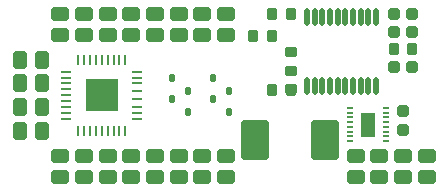
<source format=gtp>
%FSLAX44Y44*%
%MOMM*%
G71*
G01*
G75*
G04 Layer_Color=8421504*
%ADD10O,0.6500X0.2000*%
G04:AMPARAMS|DCode=11|XSize=2.75mm|YSize=1.9mm|CornerRadius=0.228mm|HoleSize=0mm|Usage=FLASHONLY|Rotation=90.000|XOffset=0mm|YOffset=0mm|HoleType=Round|Shape=RoundedRectangle|*
%AMROUNDEDRECTD11*
21,1,2.7500,1.4440,0,0,90.0*
21,1,2.2940,1.9000,0,0,90.0*
1,1,0.4560,0.7220,1.1470*
1,1,0.4560,0.7220,-1.1470*
1,1,0.4560,-0.7220,-1.1470*
1,1,0.4560,-0.7220,1.1470*
%
%ADD11ROUNDEDRECTD11*%
G04:AMPARAMS|DCode=12|XSize=1mm|YSize=0.95mm|CornerRadius=0.1995mm|HoleSize=0mm|Usage=FLASHONLY|Rotation=0.000|XOffset=0mm|YOffset=0mm|HoleType=Round|Shape=RoundedRectangle|*
%AMROUNDEDRECTD12*
21,1,1.0000,0.5510,0,0,0.0*
21,1,0.6010,0.9500,0,0,0.0*
1,1,0.3990,0.3005,-0.2755*
1,1,0.3990,-0.3005,-0.2755*
1,1,0.3990,-0.3005,0.2755*
1,1,0.3990,0.3005,0.2755*
%
%ADD12ROUNDEDRECTD12*%
G04:AMPARAMS|DCode=13|XSize=1.45mm|YSize=1.15mm|CornerRadius=0.2013mm|HoleSize=0mm|Usage=FLASHONLY|Rotation=270.000|XOffset=0mm|YOffset=0mm|HoleType=Round|Shape=RoundedRectangle|*
%AMROUNDEDRECTD13*
21,1,1.4500,0.7475,0,0,270.0*
21,1,1.0475,1.1500,0,0,270.0*
1,1,0.4025,-0.3738,-0.5238*
1,1,0.4025,-0.3738,0.5238*
1,1,0.4025,0.3738,0.5238*
1,1,0.4025,0.3738,-0.5238*
%
%ADD13ROUNDEDRECTD13*%
G04:AMPARAMS|DCode=14|XSize=1.45mm|YSize=1.15mm|CornerRadius=0.2013mm|HoleSize=0mm|Usage=FLASHONLY|Rotation=180.000|XOffset=0mm|YOffset=0mm|HoleType=Round|Shape=RoundedRectangle|*
%AMROUNDEDRECTD14*
21,1,1.4500,0.7475,0,0,180.0*
21,1,1.0475,1.1500,0,0,180.0*
1,1,0.4025,-0.5238,0.3738*
1,1,0.4025,0.5238,0.3738*
1,1,0.4025,0.5238,-0.3738*
1,1,0.4025,-0.5238,-0.3738*
%
%ADD14ROUNDEDRECTD14*%
G04:AMPARAMS|DCode=15|XSize=1mm|YSize=0.95mm|CornerRadius=0.1995mm|HoleSize=0mm|Usage=FLASHONLY|Rotation=90.000|XOffset=0mm|YOffset=0mm|HoleType=Round|Shape=RoundedRectangle|*
%AMROUNDEDRECTD15*
21,1,1.0000,0.5510,0,0,90.0*
21,1,0.6010,0.9500,0,0,90.0*
1,1,0.3990,0.2755,0.3005*
1,1,0.3990,0.2755,-0.3005*
1,1,0.3990,-0.2755,-0.3005*
1,1,0.3990,-0.2755,0.3005*
%
%ADD15ROUNDEDRECTD15*%
G04:AMPARAMS|DCode=16|XSize=1mm|YSize=0.9mm|CornerRadius=0.198mm|HoleSize=0mm|Usage=FLASHONLY|Rotation=90.000|XOffset=0mm|YOffset=0mm|HoleType=Round|Shape=RoundedRectangle|*
%AMROUNDEDRECTD16*
21,1,1.0000,0.5040,0,0,90.0*
21,1,0.6040,0.9000,0,0,90.0*
1,1,0.3960,0.2520,0.3020*
1,1,0.3960,0.2520,-0.3020*
1,1,0.3960,-0.2520,-0.3020*
1,1,0.3960,-0.2520,0.3020*
%
%ADD16ROUNDEDRECTD16*%
G04:AMPARAMS|DCode=17|XSize=0.65mm|YSize=0.5mm|CornerRadius=0.2mm|HoleSize=0mm|Usage=FLASHONLY|Rotation=270.000|XOffset=0mm|YOffset=0mm|HoleType=Round|Shape=RoundedRectangle|*
%AMROUNDEDRECTD17*
21,1,0.6500,0.1000,0,0,270.0*
21,1,0.2500,0.5000,0,0,270.0*
1,1,0.4000,-0.0500,-0.1250*
1,1,0.4000,-0.0500,0.1250*
1,1,0.4000,0.0500,0.1250*
1,1,0.4000,0.0500,-0.1250*
%
%ADD17ROUNDEDRECTD17*%
G04:AMPARAMS|DCode=18|XSize=1mm|YSize=0.9mm|CornerRadius=0.198mm|HoleSize=0mm|Usage=FLASHONLY|Rotation=180.000|XOffset=0mm|YOffset=0mm|HoleType=Round|Shape=RoundedRectangle|*
%AMROUNDEDRECTD18*
21,1,1.0000,0.5040,0,0,180.0*
21,1,0.6040,0.9000,0,0,180.0*
1,1,0.3960,-0.3020,0.2520*
1,1,0.3960,0.3020,0.2520*
1,1,0.3960,0.3020,-0.2520*
1,1,0.3960,-0.3020,-0.2520*
%
%ADD18ROUNDEDRECTD18*%
G04:AMPARAMS|DCode=19|XSize=3.4mm|YSize=2.35mm|CornerRadius=0.2938mm|HoleSize=0mm|Usage=FLASHONLY|Rotation=90.000|XOffset=0mm|YOffset=0mm|HoleType=Round|Shape=RoundedRectangle|*
%AMROUNDEDRECTD19*
21,1,3.4000,1.7625,0,0,90.0*
21,1,2.8125,2.3500,0,0,90.0*
1,1,0.5875,0.8812,1.4063*
1,1,0.5875,0.8812,-1.4063*
1,1,0.5875,-0.8812,-1.4063*
1,1,0.5875,-0.8812,1.4063*
%
%ADD19ROUNDEDRECTD19*%
%ADD20O,0.4500X1.5000*%
%ADD21O,0.8500X0.2500*%
%ADD22O,0.2500X0.8500*%
%ADD23R,4.7000X4.7000*%
%ADD24C,0.3000*%
%ADD25C,0.2000*%
%ADD26C,1.0000*%
%ADD27C,0.5000*%
%ADD28C,0.8000*%
%ADD29R,0.4500X1.4000*%
G04:AMPARAMS|DCode=30|XSize=1.3mm|YSize=1.3mm|CornerRadius=0mm|HoleSize=0mm|Usage=FLASHONLY|Rotation=270.000|XOffset=0mm|YOffset=0mm|HoleType=Round|Shape=Octagon|*
%AMOCTAGOND30*
4,1,8,-0.3250,-0.6500,0.3250,-0.6500,0.6500,-0.3250,0.6500,0.3250,0.3250,0.6500,-0.3250,0.6500,-0.6500,0.3250,-0.6500,-0.3250,-0.3250,-0.6500,0.0*
%
%ADD30OCTAGOND30*%

%ADD31C,1.3000*%
%ADD32C,1.0000*%
%ADD33C,1.6000*%
%ADD34C,0.6000*%
%ADD35O,3.0000X1.0000*%
%ADD36C,0.2500*%
%ADD37C,0.1000*%
%ADD38C,0.1500*%
G04:AMPARAMS|DCode=39|XSize=2.05mm|YSize=1.2mm|CornerRadius=0mm|HoleSize=0mm|Usage=FLASHONLY|Rotation=90.000|XOffset=0mm|YOffset=0mm|HoleType=Round|Shape=RoundedRectangle|*
%AMROUNDEDRECTD39*
21,1,2.0500,1.2000,0,0,90.0*
21,1,2.0500,1.2000,0,0,90.0*
1,1,0.0000,0.6000,1.0250*
1,1,0.0000,0.6000,-1.0250*
1,1,0.0000,-0.6000,-1.0250*
1,1,0.0000,-0.6000,1.0250*
%
%ADD39ROUNDEDRECTD39*%
%ADD40R,2.8000X2.8000*%
D10*
X355250Y92250D02*
D03*
Y96250D02*
D03*
Y100250D02*
D03*
Y104250D02*
D03*
Y88250D02*
D03*
Y84250D02*
D03*
Y80250D02*
D03*
Y76250D02*
D03*
X325250D02*
D03*
Y80250D02*
D03*
Y84250D02*
D03*
Y88250D02*
D03*
X325250Y92250D02*
D03*
X325250Y96250D02*
D03*
Y100250D02*
D03*
Y104250D02*
D03*
D12*
X370250Y85750D02*
D03*
Y101750D02*
D03*
D13*
X46000Y105000D02*
D03*
X64000D02*
D03*
X46000Y125000D02*
D03*
X64000D02*
D03*
X46000Y145000D02*
D03*
X64000D02*
D03*
X46000Y85000D02*
D03*
X64000D02*
D03*
D14*
X80000Y184000D02*
D03*
Y166000D02*
D03*
X100000Y184000D02*
D03*
Y166000D02*
D03*
X120000Y184000D02*
D03*
Y166000D02*
D03*
X140000Y184000D02*
D03*
Y166000D02*
D03*
X180000Y46000D02*
D03*
Y64000D02*
D03*
X160000Y46000D02*
D03*
Y64000D02*
D03*
X200000Y184000D02*
D03*
Y166000D02*
D03*
X390000Y46000D02*
D03*
Y64000D02*
D03*
X200000Y46000D02*
D03*
Y64000D02*
D03*
X220000Y184000D02*
D03*
Y166000D02*
D03*
X180000Y184000D02*
D03*
Y166000D02*
D03*
X160000Y184000D02*
D03*
Y166000D02*
D03*
X140000Y46000D02*
D03*
Y64000D02*
D03*
X120000Y46000D02*
D03*
Y64000D02*
D03*
X100000Y46000D02*
D03*
Y64000D02*
D03*
X80000Y46000D02*
D03*
Y64000D02*
D03*
X350000Y46000D02*
D03*
Y64000D02*
D03*
X330000Y46000D02*
D03*
Y64000D02*
D03*
X370000Y46000D02*
D03*
Y64000D02*
D03*
X220000Y46000D02*
D03*
Y64000D02*
D03*
D15*
X378000Y169000D02*
D03*
X362000D02*
D03*
X378000Y184000D02*
D03*
X362000D02*
D03*
X378000Y139000D02*
D03*
X362000D02*
D03*
D16*
X378000Y154000D02*
D03*
X362000D02*
D03*
X259000Y164959D02*
D03*
X243000D02*
D03*
X275500Y119750D02*
D03*
X259500D02*
D03*
Y184000D02*
D03*
X275500D02*
D03*
D17*
X222750Y118500D02*
D03*
Y100500D02*
D03*
X208750Y111500D02*
D03*
Y129500D02*
D03*
X188250Y100500D02*
D03*
Y118500D02*
D03*
X174250Y129500D02*
D03*
Y111500D02*
D03*
D18*
X275250Y152000D02*
D03*
Y136000D02*
D03*
Y136000D02*
D03*
Y120000D02*
D03*
D19*
X304000Y77000D02*
D03*
X244500D02*
D03*
D20*
X347250Y181500D02*
D03*
X340750D02*
D03*
X334250D02*
D03*
X327750D02*
D03*
X321250D02*
D03*
X314750D02*
D03*
X308250D02*
D03*
X301750D02*
D03*
X295250D02*
D03*
X288750D02*
D03*
Y122500D02*
D03*
X295250D02*
D03*
X301750D02*
D03*
X308250D02*
D03*
X314750D02*
D03*
X321250D02*
D03*
X327750D02*
D03*
X334250D02*
D03*
X340750D02*
D03*
X347250D02*
D03*
D21*
X85000Y134500D02*
D03*
Y130000D02*
D03*
Y125000D02*
D03*
Y120000D02*
D03*
Y115000D02*
D03*
Y110000D02*
D03*
Y105000D02*
D03*
Y100000D02*
D03*
Y95000D02*
D03*
X145000D02*
D03*
Y100000D02*
D03*
Y105000D02*
D03*
Y111670D02*
D03*
Y118330D02*
D03*
Y125000D02*
D03*
Y130000D02*
D03*
Y135000D02*
D03*
D22*
X95000Y85000D02*
D03*
X100000D02*
D03*
X105000D02*
D03*
X110000D02*
D03*
X115000D02*
D03*
X120000D02*
D03*
X125000D02*
D03*
X130000D02*
D03*
X135000D02*
D03*
Y145000D02*
D03*
X130000D02*
D03*
X120000D02*
D03*
X125000D02*
D03*
X110000D02*
D03*
X115000D02*
D03*
X100000D02*
D03*
X105000D02*
D03*
X95000D02*
D03*
D39*
X340250Y90250D02*
D03*
D40*
X115000Y115000D02*
D03*
M02*

</source>
